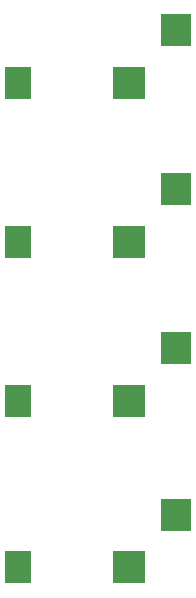
<source format=gbr>
G04 #@! TF.GenerationSoftware,KiCad,Pcbnew,(5.0.1)-rc2*
G04 #@! TF.CreationDate,2018-12-07T18:39:01-05:00*
G04 #@! TF.ProjectId,vcf,7663662E6B696361645F706362000000,rev?*
G04 #@! TF.SameCoordinates,Original*
G04 #@! TF.FileFunction,Paste,Top*
G04 #@! TF.FilePolarity,Positive*
%FSLAX46Y46*%
G04 Gerber Fmt 4.6, Leading zero omitted, Abs format (unit mm)*
G04 Created by KiCad (PCBNEW (5.0.1)-rc2) date 12/7/2018 6:39:01 PM*
%MOMM*%
%LPD*%
G01*
G04 APERTURE LIST*
%ADD10R,2.600000X2.800000*%
%ADD11R,2.800000X2.800000*%
%ADD12R,2.200000X2.800000*%
G04 APERTURE END LIST*
D10*
G04 #@! TO.C,J1*
X94275000Y-87261000D03*
D11*
X90275000Y-91711000D03*
D12*
X80875000Y-91711000D03*
G04 #@! TD*
G04 #@! TO.C,J5*
X80875000Y-105173000D03*
D11*
X90275000Y-105173000D03*
D10*
X94275000Y-100723000D03*
G04 #@! TD*
G04 #@! TO.C,J4*
X94275000Y-114185000D03*
D11*
X90275000Y-118635000D03*
D12*
X80875000Y-118635000D03*
G04 #@! TD*
G04 #@! TO.C,J3*
X80875000Y-132732000D03*
D11*
X90275000Y-132732000D03*
D10*
X94275000Y-128282000D03*
G04 #@! TD*
M02*

</source>
